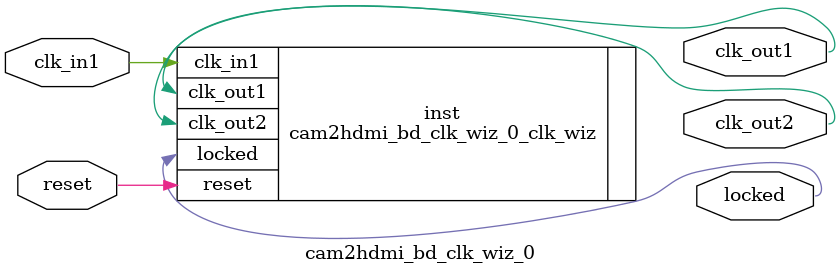
<source format=v>


`timescale 1ps/1ps

(* CORE_GENERATION_INFO = "cam2hdmi_bd_clk_wiz_0,clk_wiz_v5_4_3_0,{component_name=cam2hdmi_bd_clk_wiz_0,use_phase_alignment=true,use_min_o_jitter=false,use_max_i_jitter=false,use_dyn_phase_shift=false,use_inclk_switchover=false,use_dyn_reconfig=false,enable_axi=0,feedback_source=FDBK_AUTO,PRIMITIVE=MMCM,num_out_clk=2,clkin1_period=10.000,clkin2_period=10.000,use_power_down=false,use_reset=true,use_locked=true,use_inclk_stopped=false,feedback_type=SINGLE,CLOCK_MGR_TYPE=NA,manual_override=false}" *)

module cam2hdmi_bd_clk_wiz_0 
 (
  // Clock out ports
  output        clk_out1,
  output        clk_out2,
  // Status and control signals
  input         reset,
  output        locked,
 // Clock in ports
  input         clk_in1
 );

  cam2hdmi_bd_clk_wiz_0_clk_wiz inst
  (
  // Clock out ports  
  .clk_out1(clk_out1),
  .clk_out2(clk_out2),
  // Status and control signals               
  .reset(reset), 
  .locked(locked),
 // Clock in ports
  .clk_in1(clk_in1)
  );

endmodule

</source>
